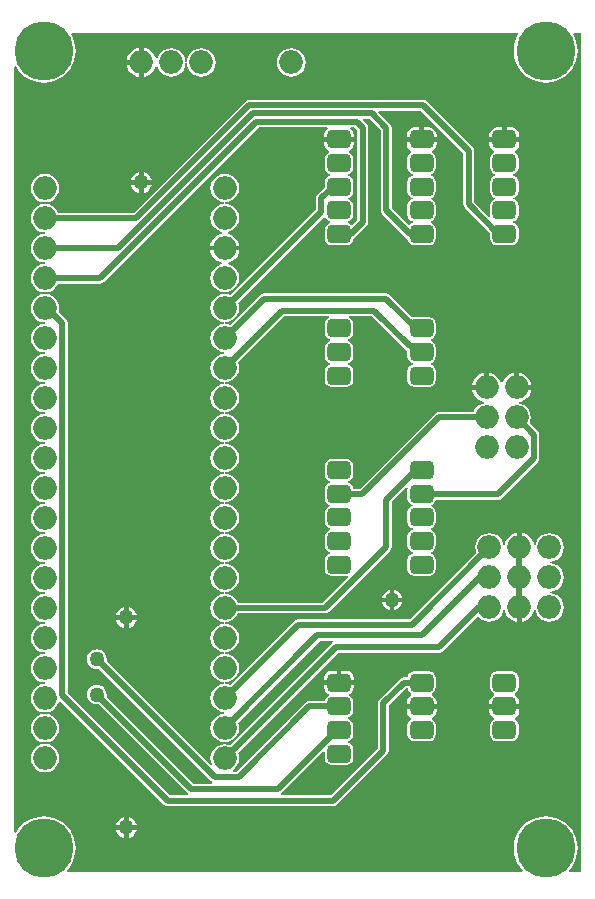
<source format=gtl>
G04*
G04 #@! TF.GenerationSoftware,Altium Limited,Altium Designer,19.1.9 (167)*
G04*
G04 Layer_Physical_Order=1*
G04 Layer_Color=255*
%FSLAX42Y42*%
%MOMM*%
G71*
G01*
G75*
%ADD13C,0.50*%
%ADD19O,2.00X2.00*%
G04:AMPARAMS|DCode=20|XSize=1.5mm|YSize=2mm|CornerRadius=0.38mm|HoleSize=0mm|Usage=FLASHONLY|Rotation=270.000|XOffset=0mm|YOffset=0mm|HoleType=Round|Shape=RoundedRectangle|*
%AMROUNDEDRECTD20*
21,1,1.50,1.25,0,0,270.0*
21,1,0.75,2.00,0,0,270.0*
1,1,0.75,-0.63,-0.38*
1,1,0.75,-0.63,0.38*
1,1,0.75,0.63,0.38*
1,1,0.75,0.63,-0.38*
%
%ADD20ROUNDEDRECTD20*%
%ADD21C,5.00*%
%ADD22O,2.00X2.00*%
%ADD23C,1.27*%
G36*
X8550Y2800D02*
X8451D01*
X8445Y2813D01*
X8469Y2841D01*
X8491Y2877D01*
X8508Y2916D01*
X8518Y2958D01*
X8521Y3000D01*
X8518Y3042D01*
X8508Y3084D01*
X8491Y3123D01*
X8469Y3159D01*
X8442Y3192D01*
X8409Y3219D01*
X8373Y3241D01*
X8334Y3258D01*
X8292Y3267D01*
X8250Y3271D01*
X8208Y3267D01*
X8166Y3258D01*
X8127Y3241D01*
X8091Y3219D01*
X8058Y3192D01*
X8031Y3159D01*
X8009Y3123D01*
X7992Y3084D01*
X7982Y3042D01*
X7979Y3000D01*
X7982Y2958D01*
X7992Y2916D01*
X8009Y2877D01*
X8031Y2841D01*
X8055Y2813D01*
X8049Y2800D01*
X4201D01*
X4195Y2813D01*
X4219Y2841D01*
X4241Y2877D01*
X4258Y2916D01*
X4267Y2958D01*
X4271Y3000D01*
X4267Y3042D01*
X4258Y3084D01*
X4241Y3123D01*
X4219Y3159D01*
X4192Y3192D01*
X4159Y3219D01*
X4123Y3241D01*
X4084Y3258D01*
X4042Y3267D01*
X4000Y3271D01*
X3958Y3267D01*
X3916Y3258D01*
X3877Y3241D01*
X3841Y3219D01*
X3808Y3192D01*
X3781Y3159D01*
X3763Y3130D01*
X3750Y3133D01*
Y9617D01*
X3763Y9620D01*
X3781Y9591D01*
X3808Y9558D01*
X3841Y9531D01*
X3877Y9509D01*
X3916Y9492D01*
X3958Y9482D01*
X4000Y9479D01*
X4042Y9482D01*
X4084Y9492D01*
X4123Y9509D01*
X4159Y9531D01*
X4192Y9558D01*
X4219Y9591D01*
X4241Y9627D01*
X4258Y9666D01*
X4267Y9708D01*
X4271Y9750D01*
X4267Y9792D01*
X4258Y9834D01*
X4241Y9873D01*
X4232Y9889D01*
X4238Y9900D01*
X8012Y9900D01*
X8018Y9889D01*
X8009Y9873D01*
X7992Y9834D01*
X7982Y9792D01*
X7979Y9750D01*
X7982Y9708D01*
X7992Y9666D01*
X8009Y9627D01*
X8031Y9591D01*
X8058Y9558D01*
X8091Y9531D01*
X8127Y9509D01*
X8166Y9492D01*
X8208Y9482D01*
X8250Y9479D01*
X8292Y9482D01*
X8334Y9492D01*
X8373Y9509D01*
X8409Y9531D01*
X8442Y9558D01*
X8469Y9591D01*
X8491Y9627D01*
X8508Y9666D01*
X8518Y9708D01*
X8521Y9750D01*
X8518Y9792D01*
X8508Y9834D01*
X8491Y9873D01*
X8482Y9889D01*
X8488Y9900D01*
X8550D01*
Y2800D01*
D02*
G37*
%LPC*%
G36*
X4806Y9776D02*
X4793Y9774D01*
X4763Y9762D01*
X4737Y9741D01*
X4716Y9715D01*
X4704Y9685D01*
X4702Y9672D01*
X4806D01*
Y9776D01*
D02*
G37*
G36*
X6096Y9773D02*
X6065Y9769D01*
X6035Y9757D01*
X6010Y9738D01*
X5991Y9713D01*
X5979Y9683D01*
X5975Y9652D01*
X5979Y9621D01*
X5991Y9591D01*
X6010Y9566D01*
X6035Y9547D01*
X6065Y9535D01*
X6096Y9531D01*
X6127Y9535D01*
X6157Y9547D01*
X6182Y9566D01*
X6201Y9591D01*
X6213Y9621D01*
X6217Y9652D01*
X6213Y9683D01*
X6201Y9713D01*
X6182Y9738D01*
X6157Y9757D01*
X6127Y9769D01*
X6096Y9773D01*
D02*
G37*
G36*
X4846Y9776D02*
Y9652D01*
Y9528D01*
X4859Y9530D01*
X4889Y9542D01*
X4915Y9563D01*
X4936Y9589D01*
X4948Y9619D01*
X4949Y9628D01*
X4962D01*
X4963Y9621D01*
X4975Y9591D01*
X4994Y9566D01*
X5019Y9547D01*
X5049Y9535D01*
X5080Y9531D01*
X5111Y9535D01*
X5141Y9547D01*
X5166Y9566D01*
X5185Y9591D01*
X5197Y9621D01*
X5200Y9643D01*
X5201Y9649D01*
X5213D01*
X5214Y9643D01*
X5217Y9621D01*
X5229Y9591D01*
X5248Y9566D01*
X5273Y9547D01*
X5303Y9535D01*
X5334Y9531D01*
X5365Y9535D01*
X5395Y9547D01*
X5420Y9566D01*
X5439Y9591D01*
X5451Y9621D01*
X5455Y9652D01*
X5451Y9683D01*
X5439Y9713D01*
X5420Y9738D01*
X5395Y9757D01*
X5365Y9769D01*
X5334Y9773D01*
X5303Y9769D01*
X5273Y9757D01*
X5248Y9738D01*
X5229Y9713D01*
X5217Y9683D01*
X5214Y9661D01*
X5213Y9655D01*
X5201D01*
X5200Y9661D01*
X5197Y9683D01*
X5185Y9713D01*
X5166Y9738D01*
X5141Y9757D01*
X5111Y9769D01*
X5080Y9773D01*
X5049Y9769D01*
X5019Y9757D01*
X4994Y9738D01*
X4975Y9713D01*
X4963Y9683D01*
X4962Y9676D01*
X4949D01*
X4948Y9685D01*
X4936Y9715D01*
X4915Y9741D01*
X4889Y9762D01*
X4859Y9774D01*
X4846Y9776D01*
D02*
G37*
G36*
X4806Y9632D02*
X4702D01*
X4704Y9619D01*
X4716Y9589D01*
X4737Y9563D01*
X4763Y9542D01*
X4793Y9530D01*
X4806Y9528D01*
Y9632D01*
D02*
G37*
G36*
X7962Y9102D02*
X7920D01*
Y9020D01*
X8027D01*
Y9038D01*
X8022Y9062D01*
X8008Y9083D01*
X7987Y9097D01*
X7962Y9102D01*
D02*
G37*
G36*
X7880D02*
X7838D01*
X7813Y9097D01*
X7792Y9083D01*
X7778Y9062D01*
X7773Y9038D01*
Y9020D01*
X7880D01*
Y9102D01*
D02*
G37*
G36*
X7262D02*
X7220D01*
Y9020D01*
X7327D01*
Y9038D01*
X7322Y9062D01*
X7308Y9083D01*
X7287Y9097D01*
X7262Y9102D01*
D02*
G37*
G36*
X7180D02*
X7138D01*
X7113Y9097D01*
X7092Y9083D01*
X7078Y9062D01*
X7073Y9038D01*
Y9020D01*
X7180D01*
Y9102D01*
D02*
G37*
G36*
X4846Y8723D02*
Y8656D01*
X4913D01*
X4913Y8659D01*
X4904Y8681D01*
X4889Y8699D01*
X4871Y8714D01*
X4849Y8723D01*
X4846Y8723D01*
D02*
G37*
G36*
X4806D02*
X4803Y8723D01*
X4781Y8714D01*
X4763Y8699D01*
X4748Y8681D01*
X4739Y8659D01*
X4739Y8656D01*
X4806D01*
Y8723D01*
D02*
G37*
G36*
X4913Y8616D02*
X4846D01*
Y8549D01*
X4849Y8549D01*
X4871Y8558D01*
X4889Y8573D01*
X4904Y8591D01*
X4913Y8613D01*
X4913Y8616D01*
D02*
G37*
G36*
X4806D02*
X4739D01*
X4739Y8613D01*
X4748Y8591D01*
X4763Y8573D01*
X4781Y8558D01*
X4803Y8549D01*
X4806Y8549D01*
Y8616D01*
D02*
G37*
G36*
X7210Y9336D02*
X5742D01*
X5724Y9332D01*
X5710Y9322D01*
X4766Y8378D01*
X4122D01*
X4116Y8393D01*
X4097Y8418D01*
X4072Y8437D01*
X4043Y8450D01*
X4020Y8452D01*
X4015Y8453D01*
Y8466D01*
X4020Y8467D01*
X4043Y8470D01*
X4072Y8482D01*
X4097Y8501D01*
X4116Y8526D01*
X4128Y8555D01*
X4132Y8587D01*
X4128Y8618D01*
X4116Y8647D01*
X4097Y8672D01*
X4072Y8691D01*
X4043Y8704D01*
X4011Y8708D01*
X3980Y8704D01*
X3951Y8691D01*
X3926Y8672D01*
X3907Y8647D01*
X3894Y8618D01*
X3890Y8587D01*
X3894Y8555D01*
X3907Y8526D01*
X3926Y8501D01*
X3951Y8482D01*
X3980Y8470D01*
X4002Y8467D01*
X4008Y8466D01*
Y8453D01*
X4002Y8452D01*
X3980Y8450D01*
X3951Y8437D01*
X3926Y8418D01*
X3907Y8393D01*
X3894Y8364D01*
X3890Y8333D01*
X3894Y8301D01*
X3907Y8272D01*
X3926Y8247D01*
X3951Y8228D01*
X3980Y8216D01*
X4002Y8213D01*
X4008Y8212D01*
Y8199D01*
X4002Y8198D01*
X3980Y8196D01*
X3951Y8183D01*
X3926Y8164D01*
X3907Y8139D01*
X3894Y8110D01*
X3890Y8079D01*
X3894Y8047D01*
X3907Y8018D01*
X3926Y7993D01*
X3951Y7974D01*
X3980Y7962D01*
X4002Y7959D01*
X4008Y7958D01*
Y7945D01*
X4002Y7944D01*
X3980Y7942D01*
X3951Y7929D01*
X3926Y7910D01*
X3907Y7885D01*
X3894Y7856D01*
X3890Y7825D01*
X3894Y7793D01*
X3907Y7764D01*
X3926Y7739D01*
X3951Y7720D01*
X3980Y7708D01*
X4002Y7705D01*
X4008Y7704D01*
Y7691D01*
X4002Y7690D01*
X3980Y7688D01*
X3951Y7675D01*
X3926Y7656D01*
X3907Y7631D01*
X3894Y7602D01*
X3890Y7571D01*
X3894Y7539D01*
X3907Y7510D01*
X3926Y7485D01*
X3951Y7466D01*
X3980Y7454D01*
X4002Y7451D01*
X4008Y7450D01*
Y7437D01*
X4002Y7436D01*
X3980Y7434D01*
X3951Y7421D01*
X3926Y7402D01*
X3907Y7377D01*
X3894Y7348D01*
X3890Y7317D01*
X3894Y7285D01*
X3907Y7256D01*
X3926Y7231D01*
X3951Y7212D01*
X3980Y7200D01*
X4002Y7197D01*
X4008Y7196D01*
Y7183D01*
X4002Y7182D01*
X3980Y7180D01*
X3951Y7167D01*
X3926Y7148D01*
X3907Y7123D01*
X3894Y7094D01*
X3890Y7063D01*
X3894Y7031D01*
X3907Y7002D01*
X3926Y6977D01*
X3951Y6958D01*
X3980Y6946D01*
X4002Y6943D01*
X4008Y6942D01*
Y6929D01*
X4002Y6928D01*
X3980Y6926D01*
X3951Y6913D01*
X3926Y6894D01*
X3907Y6869D01*
X3894Y6840D01*
X3890Y6809D01*
X3894Y6777D01*
X3907Y6748D01*
X3926Y6723D01*
X3951Y6704D01*
X3980Y6692D01*
X4002Y6689D01*
X4008Y6688D01*
Y6675D01*
X4002Y6674D01*
X3980Y6672D01*
X3951Y6659D01*
X3926Y6640D01*
X3907Y6615D01*
X3894Y6586D01*
X3890Y6555D01*
X3894Y6523D01*
X3907Y6494D01*
X3926Y6469D01*
X3951Y6450D01*
X3980Y6438D01*
X4002Y6435D01*
X4008Y6434D01*
Y6421D01*
X4002Y6420D01*
X3980Y6418D01*
X3951Y6405D01*
X3926Y6386D01*
X3907Y6361D01*
X3894Y6332D01*
X3890Y6301D01*
X3894Y6269D01*
X3907Y6240D01*
X3926Y6215D01*
X3951Y6196D01*
X3980Y6184D01*
X4002Y6181D01*
X4008Y6180D01*
Y6167D01*
X4002Y6166D01*
X3980Y6164D01*
X3951Y6151D01*
X3926Y6132D01*
X3907Y6107D01*
X3894Y6078D01*
X3890Y6047D01*
X3894Y6015D01*
X3907Y5986D01*
X3926Y5961D01*
X3951Y5942D01*
X3980Y5930D01*
X4002Y5927D01*
X4008Y5926D01*
Y5913D01*
X4002Y5912D01*
X3980Y5910D01*
X3951Y5897D01*
X3926Y5878D01*
X3907Y5853D01*
X3894Y5824D01*
X3890Y5793D01*
X3894Y5761D01*
X3907Y5732D01*
X3926Y5707D01*
X3951Y5688D01*
X3980Y5676D01*
X4002Y5673D01*
X4008Y5672D01*
Y5659D01*
X4002Y5658D01*
X3980Y5656D01*
X3951Y5643D01*
X3926Y5624D01*
X3907Y5599D01*
X3894Y5570D01*
X3890Y5539D01*
X3894Y5507D01*
X3907Y5478D01*
X3926Y5453D01*
X3951Y5434D01*
X3980Y5422D01*
X4002Y5419D01*
X4008Y5418D01*
Y5405D01*
X4002Y5404D01*
X3980Y5402D01*
X3951Y5389D01*
X3926Y5370D01*
X3907Y5345D01*
X3894Y5316D01*
X3890Y5285D01*
X3894Y5253D01*
X3907Y5224D01*
X3926Y5199D01*
X3951Y5180D01*
X3980Y5168D01*
X4002Y5165D01*
X4008Y5164D01*
Y5151D01*
X4002Y5150D01*
X3980Y5148D01*
X3951Y5135D01*
X3926Y5116D01*
X3907Y5091D01*
X3894Y5062D01*
X3890Y5031D01*
X3894Y4999D01*
X3907Y4970D01*
X3926Y4945D01*
X3951Y4926D01*
X3980Y4914D01*
X4002Y4911D01*
X4008Y4910D01*
Y4897D01*
X4002Y4896D01*
X3980Y4894D01*
X3951Y4881D01*
X3926Y4862D01*
X3907Y4837D01*
X3894Y4808D01*
X3890Y4777D01*
X3894Y4745D01*
X3907Y4716D01*
X3926Y4691D01*
X3951Y4672D01*
X3980Y4660D01*
X4002Y4657D01*
X4008Y4656D01*
Y4643D01*
X4002Y4642D01*
X3980Y4640D01*
X3951Y4627D01*
X3926Y4608D01*
X3907Y4583D01*
X3894Y4554D01*
X3890Y4523D01*
X3894Y4491D01*
X3907Y4462D01*
X3926Y4437D01*
X3951Y4418D01*
X3980Y4406D01*
X4002Y4403D01*
X4008Y4402D01*
Y4389D01*
X4002Y4388D01*
X3980Y4386D01*
X3951Y4373D01*
X3926Y4354D01*
X3907Y4329D01*
X3894Y4300D01*
X3890Y4269D01*
X3894Y4237D01*
X3907Y4208D01*
X3926Y4183D01*
X3951Y4164D01*
X3980Y4152D01*
X4002Y4149D01*
X4008Y4148D01*
Y4135D01*
X4002Y4134D01*
X3980Y4132D01*
X3951Y4119D01*
X3926Y4100D01*
X3907Y4075D01*
X3894Y4046D01*
X3890Y4015D01*
X3894Y3983D01*
X3907Y3954D01*
X3926Y3929D01*
X3951Y3910D01*
X3980Y3898D01*
X4002Y3895D01*
X4008Y3894D01*
Y3881D01*
X4002Y3880D01*
X3980Y3878D01*
X3951Y3865D01*
X3926Y3846D01*
X3907Y3821D01*
X3894Y3792D01*
X3890Y3761D01*
X3894Y3729D01*
X3907Y3700D01*
X3926Y3675D01*
X3951Y3656D01*
X3980Y3644D01*
X4011Y3640D01*
X4043Y3644D01*
X4072Y3656D01*
X4097Y3675D01*
X4116Y3700D01*
X4128Y3729D01*
X4132Y3761D01*
X4128Y3792D01*
X4116Y3821D01*
X4097Y3846D01*
X4072Y3865D01*
X4043Y3878D01*
X4020Y3880D01*
X4015Y3881D01*
Y3894D01*
X4020Y3895D01*
X4043Y3898D01*
X4072Y3910D01*
X4097Y3929D01*
X4116Y3954D01*
X4128Y3983D01*
X4132Y4015D01*
X4128Y4046D01*
X4116Y4075D01*
X4097Y4100D01*
X4072Y4119D01*
X4043Y4132D01*
X4020Y4134D01*
X4015Y4135D01*
Y4148D01*
X4020Y4149D01*
X4043Y4152D01*
X4072Y4164D01*
X4097Y4183D01*
X4116Y4208D01*
X4128Y4237D01*
X4129Y4240D01*
X4141Y4244D01*
X5018Y3368D01*
X5032Y3358D01*
X5050Y3354D01*
X6450D01*
X6468Y3358D01*
X6482Y3368D01*
X6907Y3793D01*
X6917Y3807D01*
X6921Y3825D01*
Y4206D01*
X7068Y4354D01*
X7081Y4352D01*
X7083Y4340D01*
X7096Y4321D01*
X7113Y4310D01*
X7113Y4300D01*
X7112Y4296D01*
X7092Y4283D01*
X7078Y4262D01*
X7073Y4238D01*
Y4220D01*
X7200D01*
X7327D01*
Y4238D01*
X7322Y4262D01*
X7308Y4283D01*
X7288Y4296D01*
X7287Y4300D01*
X7287Y4310D01*
X7304Y4321D01*
X7317Y4340D01*
X7321Y4362D01*
Y4438D01*
X7317Y4460D01*
X7304Y4479D01*
X7285Y4492D01*
X7262Y4496D01*
X7138D01*
X7115Y4492D01*
X7096Y4479D01*
X7083Y4460D01*
X7081Y4446D01*
X7050D01*
X7032Y4442D01*
X7018Y4432D01*
X6843Y4257D01*
X6833Y4243D01*
X6829Y4225D01*
Y3844D01*
X6431Y3446D01*
X6012D01*
X6010Y3448D01*
X6012Y3465D01*
X6016Y3468D01*
X6367Y3819D01*
X6379Y3814D01*
Y3762D01*
X6383Y3740D01*
X6396Y3721D01*
X6415Y3708D01*
X6438Y3704D01*
X6562D01*
X6585Y3708D01*
X6604Y3721D01*
X6617Y3740D01*
X6621Y3762D01*
Y3838D01*
X6617Y3860D01*
X6604Y3879D01*
X6585Y3892D01*
X6576Y3894D01*
Y3906D01*
X6585Y3908D01*
X6604Y3921D01*
X6617Y3940D01*
X6621Y3962D01*
Y4038D01*
X6617Y4060D01*
X6604Y4079D01*
X6585Y4092D01*
X6576Y4094D01*
Y4106D01*
X6585Y4108D01*
X6604Y4121D01*
X6617Y4140D01*
X6621Y4162D01*
Y4238D01*
X6617Y4260D01*
X6604Y4279D01*
X6587Y4290D01*
X6587Y4300D01*
X6588Y4304D01*
X6608Y4317D01*
X6622Y4338D01*
X6627Y4362D01*
Y4380D01*
X6500D01*
X6373D01*
Y4362D01*
X6378Y4338D01*
X6392Y4317D01*
X6412Y4304D01*
X6413Y4300D01*
X6413Y4290D01*
X6396Y4279D01*
X6383Y4260D01*
X6381Y4246D01*
X6250D01*
X6232Y4242D01*
X6218Y4232D01*
X5631Y3646D01*
X5603D01*
X5599Y3659D01*
X5618Y3674D01*
X5638Y3699D01*
X5650Y3728D01*
X5654Y3759D01*
X5650Y3790D01*
X5644Y3805D01*
X6493Y4654D01*
X7350D01*
X7368Y4658D01*
X7382Y4668D01*
X7672Y4958D01*
X7685Y4957D01*
X7688Y4952D01*
X7713Y4933D01*
X7743Y4921D01*
X7774Y4917D01*
X7805Y4921D01*
X7835Y4933D01*
X7860Y4952D01*
X7879Y4977D01*
X7891Y5007D01*
X7892Y5014D01*
X7905D01*
X7906Y5005D01*
X7918Y4975D01*
X7939Y4949D01*
X7965Y4928D01*
X7995Y4916D01*
X8008Y4914D01*
Y5038D01*
X8048D01*
Y4914D01*
X8061Y4916D01*
X8091Y4928D01*
X8117Y4949D01*
X8138Y4975D01*
X8150Y5005D01*
X8151Y5014D01*
X8164D01*
X8165Y5007D01*
X8177Y4977D01*
X8196Y4952D01*
X8221Y4933D01*
X8251Y4921D01*
X8282Y4917D01*
X8313Y4921D01*
X8343Y4933D01*
X8368Y4952D01*
X8387Y4977D01*
X8399Y5007D01*
X8403Y5038D01*
X8399Y5069D01*
X8387Y5099D01*
X8368Y5124D01*
X8343Y5143D01*
X8313Y5155D01*
X8291Y5158D01*
X8285Y5159D01*
Y5171D01*
X8291Y5172D01*
X8313Y5175D01*
X8343Y5187D01*
X8368Y5206D01*
X8387Y5231D01*
X8399Y5261D01*
X8403Y5292D01*
X8399Y5323D01*
X8387Y5353D01*
X8368Y5378D01*
X8343Y5397D01*
X8313Y5409D01*
X8291Y5412D01*
X8285Y5413D01*
Y5425D01*
X8291Y5426D01*
X8313Y5429D01*
X8343Y5441D01*
X8368Y5460D01*
X8387Y5485D01*
X8399Y5515D01*
X8403Y5546D01*
X8399Y5577D01*
X8387Y5607D01*
X8368Y5632D01*
X8343Y5651D01*
X8313Y5663D01*
X8282Y5667D01*
X8251Y5663D01*
X8221Y5651D01*
X8196Y5632D01*
X8177Y5607D01*
X8165Y5577D01*
X8164Y5570D01*
X8151D01*
X8150Y5579D01*
X8138Y5609D01*
X8117Y5635D01*
X8091Y5656D01*
X8061Y5668D01*
X8048Y5670D01*
Y5546D01*
X8008D01*
Y5670D01*
X7995Y5668D01*
X7965Y5656D01*
X7939Y5635D01*
X7918Y5609D01*
X7906Y5579D01*
X7905Y5570D01*
X7892D01*
X7891Y5577D01*
X7879Y5607D01*
X7860Y5632D01*
X7835Y5651D01*
X7805Y5663D01*
X7774Y5667D01*
X7743Y5663D01*
X7713Y5651D01*
X7688Y5632D01*
X7669Y5607D01*
X7657Y5577D01*
X7653Y5546D01*
X7657Y5515D01*
X7663Y5500D01*
X7100Y4937D01*
X6155D01*
X6137Y4934D01*
X6122Y4924D01*
X5579Y4381D01*
X5564Y4387D01*
X5542Y4390D01*
X5536Y4390D01*
Y4403D01*
X5542Y4404D01*
X5564Y4407D01*
X5593Y4419D01*
X5618Y4438D01*
X5638Y4463D01*
X5650Y4492D01*
X5654Y4524D01*
X5650Y4555D01*
X5638Y4584D01*
X5618Y4609D01*
X5593Y4629D01*
X5564Y4641D01*
X5542Y4644D01*
X5536Y4644D01*
Y4657D01*
X5542Y4658D01*
X5564Y4661D01*
X5593Y4673D01*
X5618Y4692D01*
X5638Y4717D01*
X5650Y4746D01*
X5654Y4778D01*
X5650Y4809D01*
X5638Y4838D01*
X5618Y4863D01*
X5593Y4883D01*
X5564Y4895D01*
X5542Y4898D01*
X5536Y4898D01*
Y4911D01*
X5542Y4912D01*
X5564Y4915D01*
X5593Y4927D01*
X5618Y4946D01*
X5638Y4971D01*
X5644Y4986D01*
X6382D01*
X6399Y4989D01*
X6414Y4999D01*
X6932Y5518D01*
X6942Y5532D01*
X6946Y5550D01*
Y5931D01*
X7069Y6054D01*
X7081Y6048D01*
X7079Y6038D01*
Y5962D01*
X7083Y5940D01*
X7096Y5921D01*
X7115Y5908D01*
X7124Y5906D01*
Y5894D01*
X7115Y5892D01*
X7096Y5879D01*
X7083Y5860D01*
X7079Y5838D01*
Y5762D01*
X7083Y5740D01*
X7096Y5721D01*
X7115Y5708D01*
X7124Y5706D01*
Y5694D01*
X7115Y5692D01*
X7096Y5679D01*
X7083Y5660D01*
X7079Y5638D01*
Y5562D01*
X7083Y5540D01*
X7096Y5521D01*
X7115Y5508D01*
X7124Y5506D01*
Y5494D01*
X7115Y5492D01*
X7096Y5479D01*
X7083Y5460D01*
X7079Y5438D01*
Y5362D01*
X7083Y5340D01*
X7096Y5321D01*
X7115Y5308D01*
X7138Y5304D01*
X7262D01*
X7285Y5308D01*
X7304Y5321D01*
X7317Y5340D01*
X7321Y5362D01*
Y5438D01*
X7317Y5460D01*
X7304Y5479D01*
X7285Y5492D01*
X7276Y5494D01*
Y5506D01*
X7285Y5508D01*
X7304Y5521D01*
X7317Y5540D01*
X7321Y5562D01*
Y5638D01*
X7317Y5660D01*
X7304Y5679D01*
X7285Y5692D01*
X7276Y5694D01*
Y5706D01*
X7285Y5708D01*
X7304Y5721D01*
X7317Y5740D01*
X7321Y5762D01*
Y5838D01*
X7317Y5860D01*
X7304Y5879D01*
X7285Y5892D01*
X7276Y5894D01*
Y5906D01*
X7285Y5908D01*
X7304Y5921D01*
X7317Y5940D01*
X7318Y5948D01*
X7844D01*
X7861Y5951D01*
X7876Y5961D01*
X8182Y6268D01*
X8192Y6282D01*
X8196Y6300D01*
Y6500D01*
X8192Y6518D01*
X8182Y6532D01*
X8115Y6600D01*
X8121Y6615D01*
X8125Y6646D01*
X8121Y6677D01*
X8109Y6707D01*
X8090Y6732D01*
X8065Y6751D01*
X8035Y6763D01*
X8028Y6764D01*
Y6777D01*
X8037Y6778D01*
X8067Y6790D01*
X8093Y6811D01*
X8114Y6837D01*
X8126Y6867D01*
X8128Y6880D01*
X8004D01*
Y6900D01*
X7984D01*
Y7024D01*
X7971Y7022D01*
X7941Y7010D01*
X7915Y6989D01*
X7894Y6963D01*
X7884Y6938D01*
X7870D01*
X7860Y6963D01*
X7839Y6989D01*
X7813Y7010D01*
X7783Y7022D01*
X7770Y7024D01*
Y6900D01*
X7750D01*
Y6880D01*
X7626D01*
X7628Y6867D01*
X7640Y6837D01*
X7661Y6811D01*
X7687Y6790D01*
X7717Y6778D01*
X7726Y6777D01*
Y6764D01*
X7719Y6763D01*
X7689Y6751D01*
X7664Y6732D01*
X7645Y6707D01*
X7639Y6692D01*
X7346D01*
X7328Y6688D01*
X7314Y6678D01*
X6675Y6040D01*
X6621D01*
X6617Y6060D01*
X6604Y6079D01*
X6585Y6092D01*
X6576Y6094D01*
Y6106D01*
X6585Y6108D01*
X6604Y6121D01*
X6617Y6140D01*
X6621Y6162D01*
Y6238D01*
X6617Y6260D01*
X6604Y6279D01*
X6585Y6292D01*
X6562Y6296D01*
X6438D01*
X6415Y6292D01*
X6396Y6279D01*
X6383Y6260D01*
X6379Y6238D01*
Y6162D01*
X6383Y6140D01*
X6396Y6121D01*
X6415Y6108D01*
X6424Y6106D01*
Y6094D01*
X6415Y6092D01*
X6396Y6079D01*
X6383Y6060D01*
X6379Y6038D01*
Y5962D01*
X6383Y5940D01*
X6396Y5921D01*
X6415Y5908D01*
X6424Y5906D01*
Y5894D01*
X6415Y5892D01*
X6396Y5879D01*
X6383Y5860D01*
X6379Y5838D01*
Y5762D01*
X6383Y5740D01*
X6396Y5721D01*
X6415Y5708D01*
X6424Y5706D01*
Y5694D01*
X6415Y5692D01*
X6396Y5679D01*
X6383Y5660D01*
X6379Y5638D01*
Y5562D01*
X6383Y5540D01*
X6396Y5521D01*
X6415Y5508D01*
X6424Y5506D01*
Y5494D01*
X6415Y5492D01*
X6396Y5479D01*
X6383Y5460D01*
X6379Y5438D01*
Y5362D01*
X6383Y5340D01*
X6396Y5321D01*
X6415Y5308D01*
X6438Y5304D01*
X6562D01*
X6573Y5306D01*
X6579Y5294D01*
X6363Y5078D01*
X5644D01*
X5638Y5092D01*
X5618Y5117D01*
X5593Y5137D01*
X5564Y5149D01*
X5542Y5152D01*
X5536Y5152D01*
Y5165D01*
X5542Y5166D01*
X5564Y5169D01*
X5593Y5181D01*
X5618Y5200D01*
X5638Y5225D01*
X5650Y5254D01*
X5654Y5286D01*
X5650Y5317D01*
X5638Y5346D01*
X5618Y5371D01*
X5593Y5391D01*
X5564Y5403D01*
X5542Y5406D01*
X5536Y5406D01*
Y5419D01*
X5542Y5420D01*
X5564Y5423D01*
X5593Y5435D01*
X5618Y5454D01*
X5638Y5479D01*
X5650Y5508D01*
X5654Y5540D01*
X5650Y5571D01*
X5638Y5600D01*
X5618Y5625D01*
X5593Y5645D01*
X5564Y5657D01*
X5542Y5660D01*
X5536Y5660D01*
Y5673D01*
X5542Y5674D01*
X5564Y5677D01*
X5593Y5689D01*
X5618Y5708D01*
X5638Y5733D01*
X5650Y5762D01*
X5654Y5794D01*
X5650Y5825D01*
X5638Y5854D01*
X5618Y5879D01*
X5593Y5899D01*
X5564Y5911D01*
X5542Y5914D01*
X5536Y5914D01*
Y5927D01*
X5542Y5928D01*
X5564Y5931D01*
X5593Y5943D01*
X5618Y5962D01*
X5638Y5987D01*
X5650Y6016D01*
X5654Y6048D01*
X5650Y6079D01*
X5638Y6108D01*
X5618Y6133D01*
X5593Y6153D01*
X5564Y6165D01*
X5542Y6168D01*
X5536Y6168D01*
Y6181D01*
X5542Y6182D01*
X5564Y6185D01*
X5593Y6197D01*
X5618Y6216D01*
X5638Y6241D01*
X5650Y6270D01*
X5654Y6302D01*
X5650Y6333D01*
X5638Y6362D01*
X5618Y6387D01*
X5593Y6407D01*
X5564Y6419D01*
X5542Y6422D01*
X5536Y6422D01*
Y6435D01*
X5542Y6436D01*
X5564Y6439D01*
X5593Y6451D01*
X5618Y6470D01*
X5638Y6495D01*
X5650Y6524D01*
X5654Y6556D01*
X5650Y6587D01*
X5638Y6616D01*
X5618Y6641D01*
X5593Y6661D01*
X5564Y6673D01*
X5542Y6676D01*
X5536Y6676D01*
Y6689D01*
X5542Y6690D01*
X5564Y6693D01*
X5593Y6705D01*
X5618Y6724D01*
X5638Y6749D01*
X5650Y6778D01*
X5654Y6810D01*
X5650Y6841D01*
X5638Y6870D01*
X5618Y6895D01*
X5593Y6915D01*
X5564Y6927D01*
X5542Y6930D01*
X5536Y6930D01*
Y6943D01*
X5542Y6944D01*
X5564Y6947D01*
X5593Y6959D01*
X5618Y6978D01*
X5638Y7003D01*
X5650Y7032D01*
X5654Y7064D01*
X5650Y7095D01*
X5644Y7110D01*
X6038Y7504D01*
X6413D01*
X6415Y7492D01*
X6415Y7491D01*
X6396Y7479D01*
X6383Y7460D01*
X6379Y7438D01*
Y7362D01*
X6383Y7340D01*
X6396Y7321D01*
X6415Y7308D01*
X6424Y7306D01*
Y7294D01*
X6415Y7292D01*
X6396Y7279D01*
X6383Y7260D01*
X6379Y7238D01*
Y7162D01*
X6383Y7140D01*
X6396Y7121D01*
X6415Y7108D01*
X6424Y7106D01*
Y7094D01*
X6415Y7092D01*
X6396Y7079D01*
X6383Y7060D01*
X6379Y7038D01*
Y6962D01*
X6383Y6940D01*
X6396Y6921D01*
X6415Y6908D01*
X6438Y6904D01*
X6562D01*
X6585Y6908D01*
X6604Y6921D01*
X6617Y6940D01*
X6621Y6962D01*
Y7038D01*
X6617Y7060D01*
X6604Y7079D01*
X6585Y7092D01*
X6576Y7094D01*
Y7106D01*
X6585Y7108D01*
X6604Y7121D01*
X6617Y7140D01*
X6621Y7162D01*
Y7238D01*
X6617Y7260D01*
X6604Y7279D01*
X6585Y7292D01*
X6576Y7294D01*
Y7306D01*
X6585Y7308D01*
X6604Y7321D01*
X6617Y7340D01*
X6621Y7362D01*
Y7438D01*
X6617Y7460D01*
X6604Y7479D01*
X6585Y7491D01*
X6585Y7492D01*
X6587Y7504D01*
X6781D01*
X7068Y7218D01*
X7079Y7210D01*
Y7162D01*
X7083Y7140D01*
X7096Y7121D01*
X7115Y7108D01*
X7124Y7106D01*
Y7094D01*
X7115Y7092D01*
X7096Y7079D01*
X7083Y7060D01*
X7079Y7038D01*
Y6962D01*
X7083Y6940D01*
X7096Y6921D01*
X7115Y6908D01*
X7138Y6904D01*
X7262D01*
X7285Y6908D01*
X7304Y6921D01*
X7317Y6940D01*
X7321Y6962D01*
Y7038D01*
X7317Y7060D01*
X7304Y7079D01*
X7285Y7092D01*
X7276Y7094D01*
Y7106D01*
X7285Y7108D01*
X7304Y7121D01*
X7317Y7140D01*
X7321Y7162D01*
Y7238D01*
X7317Y7260D01*
X7304Y7279D01*
X7285Y7292D01*
X7276Y7294D01*
Y7306D01*
X7285Y7308D01*
X7304Y7321D01*
X7317Y7340D01*
X7321Y7362D01*
Y7438D01*
X7317Y7460D01*
X7304Y7479D01*
X7285Y7492D01*
X7262Y7496D01*
X7138D01*
X7122Y7493D01*
X6932Y7682D01*
X6918Y7692D01*
X6900Y7696D01*
X5865D01*
X5848Y7692D01*
X5833Y7682D01*
X5579Y7429D01*
X5564Y7435D01*
X5542Y7438D01*
X5536Y7438D01*
Y7451D01*
X5542Y7452D01*
X5564Y7455D01*
X5593Y7467D01*
X5618Y7486D01*
X5638Y7511D01*
X5650Y7540D01*
X5654Y7572D01*
X5650Y7603D01*
X5644Y7618D01*
X6370Y8344D01*
X6382Y8341D01*
X6384Y8340D01*
X6396Y8321D01*
X6415Y8308D01*
X6424Y8306D01*
Y8294D01*
X6415Y8292D01*
X6396Y8279D01*
X6383Y8260D01*
X6379Y8238D01*
Y8162D01*
X6383Y8140D01*
X6396Y8121D01*
X6415Y8108D01*
X6438Y8104D01*
X6562D01*
X6585Y8108D01*
X6604Y8121D01*
X6617Y8140D01*
X6621Y8160D01*
X6632Y8168D01*
X6732Y8268D01*
X6742Y8282D01*
X6746Y8300D01*
Y9100D01*
X6742Y9118D01*
X6732Y9132D01*
X6703Y9162D01*
X6707Y9174D01*
X6761D01*
X6854Y9081D01*
Y8400D01*
X6858Y8382D01*
X6868Y8368D01*
X7068Y8168D01*
X7079Y8160D01*
X7083Y8140D01*
X7096Y8121D01*
X7115Y8108D01*
X7138Y8104D01*
X7262D01*
X7285Y8108D01*
X7304Y8121D01*
X7317Y8140D01*
X7321Y8162D01*
Y8238D01*
X7317Y8260D01*
X7304Y8279D01*
X7285Y8292D01*
X7276Y8294D01*
Y8306D01*
X7285Y8308D01*
X7304Y8321D01*
X7317Y8340D01*
X7321Y8362D01*
Y8438D01*
X7317Y8460D01*
X7304Y8479D01*
X7285Y8492D01*
X7276Y8494D01*
Y8506D01*
X7285Y8508D01*
X7304Y8521D01*
X7317Y8540D01*
X7321Y8562D01*
Y8638D01*
X7317Y8660D01*
X7304Y8679D01*
X7285Y8692D01*
X7276Y8694D01*
Y8706D01*
X7285Y8708D01*
X7304Y8721D01*
X7317Y8740D01*
X7321Y8762D01*
Y8838D01*
X7317Y8860D01*
X7304Y8879D01*
X7287Y8890D01*
X7287Y8900D01*
X7288Y8904D01*
X7308Y8917D01*
X7322Y8938D01*
X7327Y8962D01*
Y8980D01*
X7200D01*
X7073D01*
Y8962D01*
X7078Y8938D01*
X7092Y8917D01*
X7112Y8904D01*
X7113Y8900D01*
X7113Y8890D01*
X7096Y8879D01*
X7083Y8860D01*
X7079Y8838D01*
Y8762D01*
X7083Y8740D01*
X7096Y8721D01*
X7115Y8708D01*
X7124Y8706D01*
Y8694D01*
X7115Y8692D01*
X7096Y8679D01*
X7083Y8660D01*
X7079Y8638D01*
Y8562D01*
X7083Y8540D01*
X7096Y8521D01*
X7115Y8508D01*
X7124Y8506D01*
Y8494D01*
X7115Y8492D01*
X7096Y8479D01*
X7083Y8460D01*
X7079Y8438D01*
Y8362D01*
X7083Y8340D01*
X7096Y8321D01*
X7115Y8308D01*
X7124Y8306D01*
Y8294D01*
X7115Y8292D01*
X7096Y8279D01*
X7087Y8278D01*
X6946Y8419D01*
Y9100D01*
X6942Y9118D01*
X6932Y9132D01*
X6833Y9232D01*
X6837Y9244D01*
X7191D01*
X7554Y8881D01*
Y8450D01*
X7558Y8432D01*
X7568Y8418D01*
X7779Y8206D01*
Y8162D01*
X7783Y8140D01*
X7796Y8121D01*
X7815Y8108D01*
X7838Y8104D01*
X7962D01*
X7985Y8108D01*
X8004Y8121D01*
X8017Y8140D01*
X8021Y8162D01*
Y8238D01*
X8017Y8260D01*
X8004Y8279D01*
X7985Y8292D01*
X7976Y8294D01*
Y8306D01*
X7985Y8308D01*
X8004Y8321D01*
X8017Y8340D01*
X8021Y8362D01*
Y8438D01*
X8017Y8460D01*
X8004Y8479D01*
X7985Y8492D01*
X7976Y8494D01*
Y8506D01*
X7985Y8508D01*
X8004Y8521D01*
X8017Y8540D01*
X8021Y8562D01*
Y8638D01*
X8017Y8660D01*
X8004Y8679D01*
X7985Y8692D01*
X7976Y8694D01*
Y8706D01*
X7985Y8708D01*
X8004Y8721D01*
X8017Y8740D01*
X8021Y8762D01*
Y8838D01*
X8017Y8860D01*
X8004Y8879D01*
X7987Y8890D01*
X7987Y8900D01*
X7988Y8904D01*
X8008Y8917D01*
X8022Y8938D01*
X8027Y8962D01*
Y8980D01*
X7900D01*
X7773D01*
Y8962D01*
X7778Y8938D01*
X7792Y8917D01*
X7812Y8904D01*
X7813Y8900D01*
X7813Y8890D01*
X7796Y8879D01*
X7783Y8860D01*
X7779Y8838D01*
Y8762D01*
X7783Y8740D01*
X7796Y8721D01*
X7815Y8708D01*
X7824Y8706D01*
Y8694D01*
X7815Y8692D01*
X7796Y8679D01*
X7783Y8660D01*
X7779Y8638D01*
Y8562D01*
X7783Y8540D01*
X7796Y8521D01*
X7815Y8508D01*
X7824Y8506D01*
Y8494D01*
X7815Y8492D01*
X7796Y8479D01*
X7783Y8460D01*
X7779Y8438D01*
Y8362D01*
X7781Y8352D01*
X7769Y8346D01*
X7646Y8469D01*
Y8900D01*
X7642Y8918D01*
X7632Y8932D01*
X7242Y9322D01*
X7228Y9332D01*
X7210Y9336D01*
D02*
G37*
G36*
X8024Y7024D02*
Y6920D01*
X8128D01*
X8126Y6933D01*
X8114Y6963D01*
X8093Y6989D01*
X8067Y7010D01*
X8037Y7022D01*
X8024Y7024D01*
D02*
G37*
G36*
X7730D02*
X7717Y7022D01*
X7687Y7010D01*
X7661Y6989D01*
X7640Y6963D01*
X7628Y6933D01*
X7626Y6920D01*
X7730D01*
Y7024D01*
D02*
G37*
G36*
X6970Y5187D02*
Y5120D01*
X7037D01*
X7037Y5123D01*
X7028Y5145D01*
X7013Y5163D01*
X6995Y5178D01*
X6973Y5187D01*
X6970Y5187D01*
D02*
G37*
G36*
X6930D02*
X6927Y5187D01*
X6905Y5178D01*
X6887Y5163D01*
X6872Y5145D01*
X6863Y5123D01*
X6863Y5120D01*
X6930D01*
Y5187D01*
D02*
G37*
G36*
X7037Y5080D02*
X6970D01*
Y5013D01*
X6973Y5013D01*
X6995Y5022D01*
X7013Y5037D01*
X7028Y5055D01*
X7037Y5077D01*
X7037Y5080D01*
D02*
G37*
G36*
X6930D02*
X6863D01*
X6863Y5077D01*
X6872Y5055D01*
X6887Y5037D01*
X6905Y5022D01*
X6927Y5013D01*
X6930Y5013D01*
Y5080D01*
D02*
G37*
G36*
X6562Y4502D02*
X6520D01*
Y4420D01*
X6627D01*
Y4438D01*
X6622Y4462D01*
X6608Y4483D01*
X6587Y4497D01*
X6562Y4502D01*
D02*
G37*
G36*
X6480D02*
X6438D01*
X6413Y4497D01*
X6392Y4483D01*
X6378Y4462D01*
X6373Y4438D01*
Y4420D01*
X6480D01*
Y4502D01*
D02*
G37*
G36*
X7962Y4496D02*
X7838D01*
X7815Y4492D01*
X7796Y4479D01*
X7783Y4460D01*
X7779Y4438D01*
Y4362D01*
X7783Y4340D01*
X7796Y4321D01*
X7813Y4310D01*
X7813Y4300D01*
X7812Y4296D01*
X7792Y4283D01*
X7778Y4262D01*
X7773Y4238D01*
Y4220D01*
X7900D01*
X8027D01*
Y4238D01*
X8022Y4262D01*
X8008Y4283D01*
X7988Y4296D01*
X7987Y4300D01*
X7987Y4310D01*
X8004Y4321D01*
X8017Y4340D01*
X8021Y4362D01*
Y4438D01*
X8017Y4460D01*
X8004Y4479D01*
X7985Y4492D01*
X7962Y4496D01*
D02*
G37*
G36*
X8027Y4180D02*
X7900D01*
X7773D01*
Y4162D01*
X7778Y4138D01*
X7792Y4117D01*
X7812Y4104D01*
X7813Y4100D01*
X7813Y4090D01*
X7796Y4079D01*
X7783Y4060D01*
X7779Y4038D01*
Y3962D01*
X7783Y3940D01*
X7796Y3921D01*
X7815Y3908D01*
X7838Y3904D01*
X7962D01*
X7985Y3908D01*
X8004Y3921D01*
X8017Y3940D01*
X8021Y3962D01*
Y4038D01*
X8017Y4060D01*
X8004Y4079D01*
X7987Y4090D01*
X7987Y4100D01*
X7988Y4104D01*
X8008Y4117D01*
X8022Y4138D01*
X8027Y4162D01*
Y4180D01*
D02*
G37*
G36*
X7327Y4180D02*
X7200D01*
X7073D01*
Y4162D01*
X7078Y4138D01*
X7092Y4117D01*
X7112Y4104D01*
X7113Y4100D01*
X7113Y4090D01*
X7096Y4079D01*
X7083Y4060D01*
X7079Y4038D01*
Y3962D01*
X7083Y3940D01*
X7096Y3921D01*
X7115Y3908D01*
X7138Y3904D01*
X7262D01*
X7285Y3908D01*
X7304Y3921D01*
X7317Y3940D01*
X7321Y3962D01*
Y4038D01*
X7317Y4060D01*
X7304Y4079D01*
X7287Y4090D01*
X7287Y4100D01*
X7288Y4104D01*
X7308Y4117D01*
X7322Y4138D01*
X7327Y4162D01*
Y4180D01*
D02*
G37*
G36*
X4719Y3262D02*
Y3195D01*
X4786D01*
X4786Y3198D01*
X4777Y3220D01*
X4762Y3238D01*
X4744Y3253D01*
X4722Y3262D01*
X4719Y3262D01*
D02*
G37*
G36*
X4679D02*
X4676Y3262D01*
X4654Y3253D01*
X4636Y3238D01*
X4621Y3220D01*
X4612Y3198D01*
X4612Y3195D01*
X4679D01*
Y3262D01*
D02*
G37*
G36*
X4786Y3155D02*
X4719D01*
Y3088D01*
X4722Y3088D01*
X4744Y3097D01*
X4762Y3112D01*
X4777Y3130D01*
X4786Y3152D01*
X4786Y3155D01*
D02*
G37*
G36*
X4679D02*
X4612D01*
X4612Y3152D01*
X4621Y3130D01*
X4636Y3112D01*
X4654Y3097D01*
X4676Y3088D01*
X4679Y3088D01*
Y3155D01*
D02*
G37*
%LPD*%
G36*
X6654Y9081D02*
Y8319D01*
X6613Y8278D01*
X6604Y8279D01*
X6585Y8292D01*
X6576Y8294D01*
Y8306D01*
X6585Y8308D01*
X6604Y8321D01*
X6617Y8340D01*
X6621Y8362D01*
Y8438D01*
X6617Y8460D01*
X6604Y8479D01*
X6585Y8492D01*
X6576Y8494D01*
Y8506D01*
X6585Y8508D01*
X6604Y8521D01*
X6617Y8540D01*
X6621Y8562D01*
Y8638D01*
X6617Y8660D01*
X6604Y8679D01*
X6585Y8692D01*
X6576Y8694D01*
Y8706D01*
X6585Y8708D01*
X6604Y8721D01*
X6617Y8740D01*
X6621Y8762D01*
Y8838D01*
X6617Y8860D01*
X6604Y8879D01*
X6587Y8890D01*
X6587Y8900D01*
X6588Y8904D01*
X6608Y8917D01*
X6622Y8938D01*
X6627Y8962D01*
Y8980D01*
X6500D01*
X6373D01*
Y8962D01*
X6378Y8938D01*
X6392Y8917D01*
X6412Y8904D01*
X6413Y8900D01*
X6413Y8890D01*
X6396Y8879D01*
X6383Y8860D01*
X6379Y8838D01*
Y8762D01*
X6383Y8740D01*
X6396Y8721D01*
X6415Y8708D01*
X6424Y8706D01*
Y8694D01*
X6415Y8692D01*
X6396Y8679D01*
X6383Y8660D01*
X6379Y8638D01*
Y8594D01*
X6318Y8532D01*
X6308Y8518D01*
X6304Y8500D01*
Y8408D01*
X5579Y7683D01*
X5564Y7689D01*
X5542Y7692D01*
X5536Y7692D01*
Y7705D01*
X5542Y7706D01*
X5564Y7709D01*
X5593Y7721D01*
X5618Y7740D01*
X5638Y7765D01*
X5650Y7794D01*
X5654Y7826D01*
X5650Y7857D01*
X5638Y7886D01*
X5618Y7911D01*
X5593Y7931D01*
X5564Y7943D01*
X5557Y7944D01*
Y7956D01*
X5566Y7958D01*
X5596Y7970D01*
X5622Y7990D01*
X5642Y8016D01*
X5655Y8047D01*
X5657Y8060D01*
X5533D01*
X5409D01*
X5411Y8047D01*
X5423Y8016D01*
X5443Y7990D01*
X5470Y7970D01*
X5500Y7958D01*
X5509Y7956D01*
Y7944D01*
X5502Y7943D01*
X5472Y7931D01*
X5447Y7911D01*
X5428Y7886D01*
X5416Y7857D01*
X5412Y7826D01*
X5416Y7794D01*
X5428Y7765D01*
X5447Y7740D01*
X5472Y7721D01*
X5502Y7709D01*
X5524Y7706D01*
X5529Y7705D01*
Y7692D01*
X5524Y7692D01*
X5502Y7689D01*
X5472Y7677D01*
X5447Y7657D01*
X5428Y7632D01*
X5416Y7603D01*
X5412Y7572D01*
X5416Y7540D01*
X5428Y7511D01*
X5447Y7486D01*
X5472Y7467D01*
X5502Y7455D01*
X5524Y7452D01*
X5529Y7451D01*
Y7438D01*
X5524Y7438D01*
X5502Y7435D01*
X5472Y7423D01*
X5447Y7403D01*
X5428Y7378D01*
X5416Y7349D01*
X5412Y7318D01*
X5416Y7286D01*
X5428Y7257D01*
X5447Y7232D01*
X5472Y7213D01*
X5502Y7201D01*
X5529Y7197D01*
Y7184D01*
X5502Y7181D01*
X5472Y7169D01*
X5447Y7149D01*
X5428Y7124D01*
X5416Y7095D01*
X5412Y7064D01*
X5416Y7032D01*
X5428Y7003D01*
X5447Y6978D01*
X5472Y6959D01*
X5502Y6947D01*
X5524Y6944D01*
X5529Y6943D01*
Y6930D01*
X5524Y6930D01*
X5502Y6927D01*
X5472Y6915D01*
X5447Y6895D01*
X5428Y6870D01*
X5416Y6841D01*
X5412Y6810D01*
X5416Y6778D01*
X5428Y6749D01*
X5447Y6724D01*
X5472Y6705D01*
X5502Y6693D01*
X5524Y6690D01*
X5529Y6689D01*
Y6676D01*
X5524Y6676D01*
X5502Y6673D01*
X5472Y6661D01*
X5447Y6641D01*
X5428Y6616D01*
X5416Y6587D01*
X5412Y6556D01*
X5416Y6524D01*
X5428Y6495D01*
X5447Y6470D01*
X5472Y6451D01*
X5502Y6439D01*
X5524Y6436D01*
X5529Y6435D01*
Y6422D01*
X5524Y6422D01*
X5502Y6419D01*
X5472Y6407D01*
X5447Y6387D01*
X5428Y6362D01*
X5416Y6333D01*
X5412Y6302D01*
X5416Y6270D01*
X5428Y6241D01*
X5447Y6216D01*
X5472Y6197D01*
X5502Y6185D01*
X5524Y6182D01*
X5529Y6181D01*
Y6168D01*
X5524Y6168D01*
X5502Y6165D01*
X5472Y6153D01*
X5447Y6133D01*
X5428Y6108D01*
X5416Y6079D01*
X5412Y6048D01*
X5416Y6016D01*
X5428Y5987D01*
X5447Y5962D01*
X5472Y5943D01*
X5502Y5931D01*
X5524Y5928D01*
X5529Y5927D01*
Y5914D01*
X5524Y5914D01*
X5502Y5911D01*
X5472Y5899D01*
X5447Y5879D01*
X5428Y5854D01*
X5416Y5825D01*
X5412Y5794D01*
X5416Y5762D01*
X5428Y5733D01*
X5447Y5708D01*
X5472Y5689D01*
X5502Y5677D01*
X5524Y5674D01*
X5529Y5673D01*
Y5660D01*
X5524Y5660D01*
X5502Y5657D01*
X5472Y5645D01*
X5447Y5625D01*
X5428Y5600D01*
X5416Y5571D01*
X5412Y5540D01*
X5416Y5508D01*
X5428Y5479D01*
X5447Y5454D01*
X5472Y5435D01*
X5502Y5423D01*
X5524Y5420D01*
X5529Y5419D01*
Y5406D01*
X5524Y5406D01*
X5502Y5403D01*
X5472Y5391D01*
X5447Y5371D01*
X5428Y5346D01*
X5416Y5317D01*
X5412Y5286D01*
X5416Y5254D01*
X5428Y5225D01*
X5447Y5200D01*
X5472Y5181D01*
X5502Y5169D01*
X5524Y5166D01*
X5529Y5165D01*
Y5152D01*
X5524Y5152D01*
X5502Y5149D01*
X5472Y5137D01*
X5447Y5117D01*
X5428Y5092D01*
X5416Y5063D01*
X5412Y5032D01*
X5416Y5000D01*
X5428Y4971D01*
X5447Y4946D01*
X5472Y4927D01*
X5502Y4915D01*
X5524Y4912D01*
X5529Y4911D01*
Y4898D01*
X5524Y4898D01*
X5502Y4895D01*
X5472Y4883D01*
X5447Y4863D01*
X5428Y4838D01*
X5416Y4809D01*
X5412Y4778D01*
X5416Y4746D01*
X5428Y4717D01*
X5447Y4692D01*
X5472Y4673D01*
X5502Y4661D01*
X5524Y4658D01*
X5529Y4657D01*
Y4644D01*
X5524Y4644D01*
X5502Y4641D01*
X5472Y4629D01*
X5447Y4609D01*
X5428Y4584D01*
X5416Y4555D01*
X5412Y4524D01*
X5416Y4492D01*
X5428Y4463D01*
X5447Y4438D01*
X5472Y4419D01*
X5502Y4407D01*
X5524Y4404D01*
X5529Y4403D01*
Y4390D01*
X5524Y4390D01*
X5502Y4387D01*
X5472Y4375D01*
X5447Y4355D01*
X5428Y4330D01*
X5416Y4301D01*
X5412Y4270D01*
X5416Y4238D01*
X5428Y4209D01*
X5447Y4184D01*
X5472Y4165D01*
X5502Y4153D01*
X5529Y4149D01*
Y4136D01*
X5502Y4133D01*
X5472Y4121D01*
X5447Y4101D01*
X5428Y4076D01*
X5416Y4047D01*
X5412Y4016D01*
X5416Y3984D01*
X5428Y3955D01*
X5447Y3930D01*
X5472Y3911D01*
X5502Y3899D01*
X5533Y3895D01*
X5564Y3899D01*
X5593Y3911D01*
X5618Y3930D01*
X5638Y3955D01*
X5650Y3984D01*
X5654Y4016D01*
X5650Y4047D01*
X5644Y4062D01*
X6336Y4754D01*
X6445D01*
X6447Y4752D01*
X6445Y4735D01*
X6441Y4732D01*
X5579Y3870D01*
X5564Y3876D01*
X5533Y3880D01*
X5502Y3876D01*
X5472Y3864D01*
X5447Y3845D01*
X5428Y3820D01*
X5416Y3790D01*
X5412Y3759D01*
X5416Y3728D01*
X5424Y3709D01*
X5413Y3702D01*
X4532Y4583D01*
X4534Y4600D01*
X4531Y4622D01*
X4523Y4642D01*
X4510Y4660D01*
X4492Y4673D01*
X4472Y4681D01*
X4450Y4684D01*
X4428Y4681D01*
X4408Y4673D01*
X4390Y4660D01*
X4377Y4642D01*
X4369Y4622D01*
X4366Y4600D01*
X4369Y4578D01*
X4377Y4558D01*
X4390Y4540D01*
X4408Y4527D01*
X4428Y4519D01*
X4450Y4516D01*
X4467Y4518D01*
X5418Y3568D01*
X5421Y3565D01*
X5423Y3548D01*
X5422Y3546D01*
X5269D01*
X4532Y4283D01*
X4534Y4300D01*
X4531Y4322D01*
X4523Y4342D01*
X4510Y4360D01*
X4492Y4373D01*
X4472Y4381D01*
X4450Y4384D01*
X4428Y4381D01*
X4408Y4373D01*
X4390Y4360D01*
X4377Y4342D01*
X4369Y4322D01*
X4366Y4300D01*
X4369Y4278D01*
X4377Y4258D01*
X4390Y4240D01*
X4408Y4227D01*
X4428Y4219D01*
X4450Y4216D01*
X4467Y4218D01*
X5218Y3468D01*
X5221Y3465D01*
X5223Y3448D01*
X5222Y3446D01*
X5069D01*
X4202Y4313D01*
Y7444D01*
X4199Y7461D01*
X4189Y7476D01*
X4127Y7537D01*
X4128Y7539D01*
X4132Y7571D01*
X4128Y7602D01*
X4116Y7631D01*
X4097Y7656D01*
X4072Y7675D01*
X4043Y7688D01*
X4020Y7690D01*
X4015Y7691D01*
Y7704D01*
X4020Y7705D01*
X4043Y7708D01*
X4072Y7720D01*
X4097Y7739D01*
X4116Y7764D01*
X4122Y7779D01*
X4475D01*
X4492Y7782D01*
X4507Y7792D01*
X5819Y9104D01*
X6401D01*
X6405Y9091D01*
X6392Y9083D01*
X6378Y9062D01*
X6373Y9038D01*
Y9020D01*
X6500D01*
X6627D01*
Y9038D01*
X6622Y9062D01*
X6608Y9083D01*
X6595Y9091D01*
X6599Y9104D01*
X6631D01*
X6654Y9081D01*
D02*
G37*
%LPC*%
G36*
X5533Y8709D02*
X5502Y8705D01*
X5472Y8693D01*
X5447Y8673D01*
X5428Y8648D01*
X5416Y8619D01*
X5412Y8588D01*
X5416Y8556D01*
X5428Y8527D01*
X5447Y8502D01*
X5472Y8483D01*
X5502Y8471D01*
X5524Y8468D01*
X5529Y8467D01*
Y8454D01*
X5524Y8454D01*
X5502Y8451D01*
X5472Y8439D01*
X5447Y8419D01*
X5428Y8394D01*
X5416Y8365D01*
X5412Y8334D01*
X5416Y8302D01*
X5428Y8273D01*
X5447Y8248D01*
X5472Y8229D01*
X5502Y8217D01*
X5509Y8216D01*
Y8203D01*
X5500Y8202D01*
X5470Y8189D01*
X5443Y8169D01*
X5423Y8143D01*
X5411Y8112D01*
X5409Y8100D01*
X5533D01*
X5657D01*
X5655Y8112D01*
X5642Y8143D01*
X5622Y8169D01*
X5596Y8189D01*
X5566Y8202D01*
X5557Y8203D01*
Y8216D01*
X5564Y8217D01*
X5593Y8229D01*
X5618Y8248D01*
X5638Y8273D01*
X5650Y8302D01*
X5654Y8334D01*
X5650Y8365D01*
X5638Y8394D01*
X5618Y8419D01*
X5593Y8439D01*
X5564Y8451D01*
X5542Y8454D01*
X5536Y8454D01*
Y8467D01*
X5542Y8468D01*
X5564Y8471D01*
X5593Y8483D01*
X5618Y8502D01*
X5638Y8527D01*
X5650Y8556D01*
X5654Y8588D01*
X5650Y8619D01*
X5638Y8648D01*
X5618Y8673D01*
X5593Y8693D01*
X5564Y8705D01*
X5533Y8709D01*
D02*
G37*
G36*
X4719Y5040D02*
Y4973D01*
X4786D01*
X4786Y4976D01*
X4777Y4998D01*
X4762Y5016D01*
X4744Y5031D01*
X4722Y5040D01*
X4719Y5040D01*
D02*
G37*
G36*
X4679D02*
X4676Y5040D01*
X4654Y5031D01*
X4636Y5016D01*
X4621Y4998D01*
X4612Y4976D01*
X4612Y4973D01*
X4679D01*
Y5040D01*
D02*
G37*
G36*
X4786Y4933D02*
X4719D01*
Y4866D01*
X4722Y4866D01*
X4744Y4875D01*
X4762Y4890D01*
X4777Y4908D01*
X4786Y4930D01*
X4786Y4933D01*
D02*
G37*
G36*
X4679D02*
X4612D01*
X4612Y4930D01*
X4621Y4908D01*
X4636Y4890D01*
X4654Y4875D01*
X4676Y4866D01*
X4679Y4866D01*
Y4933D01*
D02*
G37*
%LPD*%
D13*
X6350Y8500D02*
X6450Y8600D01*
X6350Y8389D02*
Y8500D01*
X5533Y7572D02*
X6350Y8389D01*
X6155Y4892D02*
X7119D01*
X7774Y5546D01*
Y5546D01*
X5533Y4270D02*
X6155Y4892D01*
X4450Y4300D02*
X5250Y3500D01*
X5983D01*
X6483Y4000D01*
X6500D01*
X4450Y4600D02*
X5450Y3600D01*
X4156Y4294D02*
Y7444D01*
X4011Y7550D02*
Y7571D01*
Y7550D02*
X4050D01*
X4156Y7444D01*
X5450Y3600D02*
X5650D01*
X6250Y4200D01*
X6500D01*
X6450Y3400D02*
X6875Y3825D01*
X5050Y3400D02*
X6450D01*
X4156Y4294D02*
X5050Y3400D01*
X6900Y5550D02*
Y5950D01*
X6382Y5032D02*
X6900Y5550D01*
X5533Y5032D02*
X6382D01*
X7150Y6200D02*
X7200D01*
X6900Y5950D02*
X7150Y6200D01*
X5533Y3759D02*
X6474Y4700D01*
X7350D01*
X7150Y7400D02*
X7200D01*
X6900Y7650D02*
X7150Y7400D01*
X5865Y7650D02*
X6900D01*
X5533Y7318D02*
X5865Y7650D01*
X6800Y7550D02*
X7100Y7250D01*
X6019Y7550D02*
X6800D01*
X7100Y7250D02*
X7150D01*
X7200Y7200D01*
X5533Y7064D02*
X6019Y7550D01*
X7200Y4800D02*
X7692Y5292D01*
X6317Y4800D02*
X7200D01*
X5533Y4016D02*
X6317Y4800D01*
X7350Y4700D02*
X7688Y5038D01*
X8004Y6646D02*
X8150Y6500D01*
Y6300D02*
Y6500D01*
X7844Y5994D02*
X8150Y6300D01*
X7200Y5994D02*
X7844D01*
X8028Y5292D02*
Y5546D01*
Y5038D02*
Y5292D01*
X6500Y5994D02*
X6694D01*
X7346Y6646D01*
X7750D01*
X7692Y5292D02*
X7774D01*
X7688Y5038D02*
X7774D01*
X4011Y7825D02*
X4475D01*
X4011Y8079D02*
X4630D01*
X4011Y8333D02*
X4785D01*
X6780Y9220D02*
X6900Y9100D01*
Y8400D02*
Y9100D01*
Y8400D02*
X7100Y8200D01*
X7210Y9290D02*
X7600Y8900D01*
X5742Y9290D02*
X7210D01*
X7100Y8200D02*
X7200D01*
X4785Y8333D02*
X5742Y9290D01*
X5771Y9220D02*
X6780D01*
X4630Y8079D02*
X5771Y9220D01*
X5800Y9150D02*
X6650D01*
X4475Y7825D02*
X5800Y9150D01*
X6650D02*
X6700Y9100D01*
Y8300D02*
Y9100D01*
X6600Y8200D02*
X6700Y8300D01*
X6500Y8200D02*
X6600D01*
X7600Y8450D02*
Y8900D01*
Y8450D02*
X7850Y8200D01*
X7900D01*
X6450Y8600D02*
X6500D01*
X7050Y4400D02*
X7200D01*
X6875Y4225D02*
X7050Y4400D01*
X6875Y3825D02*
Y4225D01*
D19*
X6096Y9652D02*
D03*
X5334D02*
D03*
X5080D02*
D03*
X4826D02*
D03*
X8282Y5038D02*
D03*
Y5292D02*
D03*
Y5546D02*
D03*
X7774D02*
D03*
Y5292D02*
D03*
Y5038D02*
D03*
X8028Y5546D02*
D03*
Y5292D02*
D03*
Y5038D02*
D03*
X8004Y6392D02*
D03*
Y6646D02*
D03*
Y6900D02*
D03*
X7750Y6392D02*
D03*
Y6646D02*
D03*
Y6900D02*
D03*
D20*
X7900Y8400D02*
D03*
Y8600D02*
D03*
Y8800D02*
D03*
Y9000D02*
D03*
Y8200D02*
D03*
X7200Y8400D02*
D03*
Y8600D02*
D03*
Y8800D02*
D03*
Y9000D02*
D03*
Y8200D02*
D03*
X6500Y8400D02*
D03*
Y8600D02*
D03*
Y8800D02*
D03*
Y9000D02*
D03*
Y8200D02*
D03*
X7200Y7000D02*
D03*
Y7200D02*
D03*
Y7400D02*
D03*
X6500Y7000D02*
D03*
Y7200D02*
D03*
Y7400D02*
D03*
X7200Y5600D02*
D03*
Y5800D02*
D03*
Y6000D02*
D03*
Y6200D02*
D03*
Y5400D02*
D03*
X6500Y5600D02*
D03*
Y5800D02*
D03*
Y6000D02*
D03*
Y6200D02*
D03*
Y5400D02*
D03*
X7900Y4000D02*
D03*
Y4200D02*
D03*
Y4400D02*
D03*
X6500Y3800D02*
D03*
Y4000D02*
D03*
Y4200D02*
D03*
Y4400D02*
D03*
X7200Y4000D02*
D03*
Y4200D02*
D03*
Y4400D02*
D03*
D21*
X8250Y9750D02*
D03*
Y3000D02*
D03*
X4000D02*
D03*
Y9750D02*
D03*
D22*
X5533Y7826D02*
D03*
Y8080D02*
D03*
Y8588D02*
D03*
Y7572D02*
D03*
Y8334D02*
D03*
Y7318D02*
D03*
X4011Y4777D02*
D03*
Y3761D02*
D03*
Y4523D02*
D03*
Y4269D02*
D03*
Y4015D02*
D03*
Y5031D02*
D03*
Y5285D02*
D03*
Y5793D02*
D03*
Y6047D02*
D03*
Y6301D02*
D03*
Y5539D02*
D03*
Y6555D02*
D03*
Y7063D02*
D03*
Y8587D02*
D03*
Y8333D02*
D03*
Y8079D02*
D03*
Y7825D02*
D03*
Y6809D02*
D03*
Y7571D02*
D03*
Y7317D02*
D03*
X5533Y4778D02*
D03*
Y3759D02*
D03*
Y4524D02*
D03*
Y4270D02*
D03*
Y4016D02*
D03*
Y5032D02*
D03*
Y6302D02*
D03*
Y7064D02*
D03*
Y6810D02*
D03*
Y6556D02*
D03*
Y6048D02*
D03*
Y5794D02*
D03*
Y5540D02*
D03*
Y5286D02*
D03*
D23*
X4699Y4953D02*
D03*
Y3175D02*
D03*
X4826Y8636D02*
D03*
X6950Y5100D02*
D03*
X4450Y4300D02*
D03*
Y4600D02*
D03*
M02*

</source>
